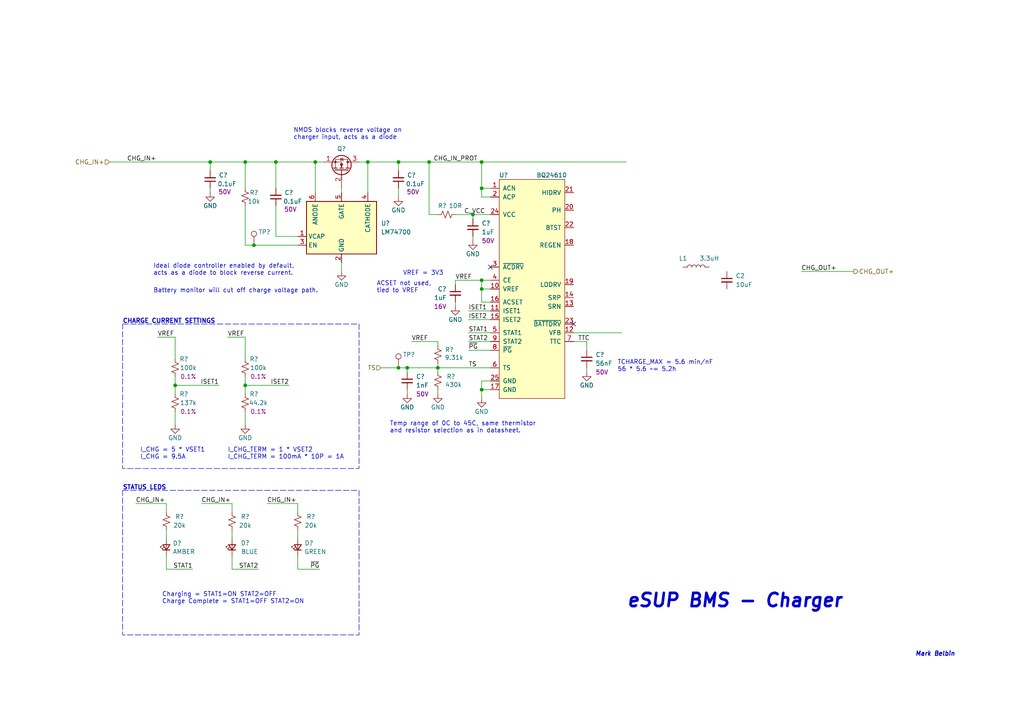
<source format=kicad_sch>
(kicad_sch (version 20230121) (generator eeschema)
  (paper "A4")
  (lib_symbols
    (symbol "Connector:TestPoint" (pin_numbers hide) (pin_names (offset 0.762) hide)
      (property "Reference" "TP" (at 0 6.858 0))
      (property "Value" "TestPoint" (at 0 5.08 0))
      (symbol "TestPoint_0_1"
        (circle (center 0 3.302) (radius 0.762))
      )
      (symbol "TestPoint_1_1"
        (pin passive line (at 0 0 90) (length 2.54) (name "1") (number "1"))
      )
    )
    (symbol "Device:C_Small" (pin_numbers hide) (pin_names (offset 0.254) hide)
      (property "Reference" "C" (at 0.254 1.778 0))
      (property "Value" "C_Small" (at 0.254 -2.032 0))
      (symbol "C_Small_0_1"
        (polyline (pts (xy -1.524 -0.508) (xy 1.524 -0.508)) (stroke (width 0.3302)))
        (polyline (pts (xy -1.524 0.508) (xy 1.524 0.508)) (stroke (width 0.3048)))
      )
      (symbol "C_Small_1_1"
        (pin passive line (at 0 2.54 270) (length 2.032) (name "~") (number "1"))
        (pin passive line (at 0 -2.54 90) (length 2.032) (name "~") (number "2"))
      )
    )
    (symbol "Device:L" (pin_numbers hide) (pin_names (offset 1.016) hide)
      (property "Reference" "L" (at -1.27 0 90))
      (property "Value" "L" (at 1.905 0 90))
      (symbol "L_0_1"
        (arc (start 0 -2.54) (mid 0.6323 -1.905) (end 0 -1.27))
        (arc (start 0 -1.27) (mid 0.6323 -0.635) (end 0 0))
        (arc (start 0 0) (mid 0.6323 0.635) (end 0 1.27))
        (arc (start 0 1.27) (mid 0.6323 1.905) (end 0 2.54))
      )
      (symbol "L_1_1"
        (pin passive line (at 0 3.81 270) (length 1.27) (name "1") (number "1"))
        (pin passive line (at 0 -3.81 90) (length 1.27) (name "2") (number "2"))
      )
    )
    (symbol "Device:LED_Small" (pin_numbers hide) (pin_names (offset 0.254) hide)
      (property "Reference" "D" (at -1.27 3.175 0))
      (property "Value" "LED_Small" (at -4.445 -2.54 0))
      (symbol "LED_Small_0_1"
        (polyline (pts (xy -0.762 -1.016) (xy -0.762 1.016)) (stroke (width 0.254)))
        (polyline (pts (xy 1.016 0) (xy -0.762 0)))
        (polyline (pts (xy 0.762 -1.016) (xy -0.762 0) (xy 0.762 1.016) (xy 0.762 -1.016)) (stroke (width 0.254)))
        (polyline (pts (xy 0 0.762) (xy -0.508 1.27) (xy -0.254 1.27) (xy -0.508 1.27) (xy -0.508 1.016)))
        (polyline (pts (xy 0.508 1.27) (xy 0 1.778) (xy 0.254 1.778) (xy 0 1.778) (xy 0 1.524)))
      )
      (symbol "LED_Small_1_1"
        (pin passive line (at -2.54 0 0) (length 1.778) (name "K") (number "1"))
        (pin passive line (at 2.54 0 180) (length 1.778) (name "A") (number "2"))
      )
    )
    (symbol "Device:Q_NMOS_SGD" (pin_names (offset 0) hide)
      (property "Reference" "Q" (at 5.08 1.27 0))
      (property "Value" "Q_NMOS_SGD" (at 5.08 -1.27 0))
      (symbol "Q_NMOS_SGD_0_1"
        (polyline (pts (xy 0.254 0) (xy -2.54 0)))
        (polyline (pts (xy 0.254 1.905) (xy 0.254 -1.905)) (stroke (width 0.254)))
        (polyline (pts (xy 0.762 -1.27) (xy 0.762 -2.286)) (stroke (width 0.254)))
        (polyline (pts (xy 0.762 0.508) (xy 0.762 -0.508)) (stroke (width 0.254)))
        (polyline (pts (xy 0.762 2.286) (xy 0.762 1.27)) (stroke (width 0.254)))
        (polyline (pts (xy 2.54 2.54) (xy 2.54 1.778)))
        (polyline (pts (xy 2.54 -2.54) (xy 2.54 0) (xy 0.762 0)))
        (polyline (pts (xy 0.762 -1.778) (xy 3.302 -1.778) (xy 3.302 1.778) (xy 0.762 1.778)))
        (polyline (pts (xy 1.016 0) (xy 2.032 0.381) (xy 2.032 -0.381) (xy 1.016 0)) (fill (type outline)))
        (polyline (pts (xy 2.794 0.508) (xy 2.921 0.381) (xy 3.683 0.381) (xy 3.81 0.254)))
        (polyline (pts (xy 3.302 0.381) (xy 2.921 -0.254) (xy 3.683 -0.254) (xy 3.302 0.381)))
        (circle (center 1.651 0) (radius 2.794) (stroke (width 0.254)))
        (circle (center 2.54 -1.778) (radius 0.254) (fill (type outline)))
        (circle (center 2.54 1.778) (radius 0.254) (fill (type outline)))
      )
      (symbol "Q_NMOS_SGD_1_1"
        (pin passive line (at 2.54 -5.08 90) (length 2.54) (name "S") (number "1"))
        (pin input line (at -5.08 0 0) (length 5.08) (name "G") (number "2"))
        (pin passive line (at 2.54 5.08 270) (length 2.54) (name "D") (number "3"))
      )
    )
    (symbol "Device:R_Small_US" (pin_numbers hide) (pin_names (offset 0.254) hide)
      (property "Reference" "R" (at 0.762 0.508 0))
      (property "Value" "R_Small_US" (at 0.762 -1.016 0))
      (symbol "R_Small_US_1_1"
        (polyline (pts (xy 0 0) (xy 1.016 -0.381) (xy 0 -0.762) (xy -1.016 -1.143) (xy 0 -1.524)))
        (polyline (pts (xy 0 1.524) (xy 1.016 1.143) (xy 0 0.762) (xy -1.016 0.381) (xy 0 0)))
        (pin passive line (at 0 2.54 270) (length 1.016) (name "~") (number "1"))
        (pin passive line (at 0 -2.54 90) (length 1.016) (name "~") (number "2"))
      )
    )
    (symbol "Power_Management:LM74700"
      (property "Reference" "U" (at -9.525 -8.89 0))
      (property "Value" "LM74700" (at 7.62 -8.89 0))
      (symbol "LM74700_0_1"
        (rectangle (start -10.16 7.62) (end 10.16 -7.62) (stroke (width 0.254)) (fill (type background)))
      )
      (symbol "LM74700_1_1"
        (pin passive line (at -12.7 -2.54 0) (length 2.54) (name "VCAP") (number "1"))
        (pin power_in line (at 0 -10.16 90) (length 2.54) (name "GND") (number "2"))
        (pin input line (at -12.7 -5.08 0) (length 2.54) (name "EN") (number "3"))
        (pin input line (at 7.62 10.16 270) (length 2.54) (name "CATHODE") (number "4"))
        (pin output line (at 0 10.16 270) (length 2.54) (name "GATE") (number "5"))
        (pin power_in line (at -7.62 10.16 270) (length 2.54) (name "ANODE") (number "6"))
      )
    )
    (symbol "bms:BQ24610" (pin_names (offset 1.016))
      (property "Reference" "U" (at -24.13 8.89 0))
      (property "Value" "BQ24610" (at -11.43 8.89 0))
      (symbol "BQ24610_0_1"
        (rectangle (start -25.4 7.62) (end -6.35 -55.88) (fill (type background)))
      )
      (symbol "BQ24610_1_1"
        (pin input line (at -27.94 5.08 0) (length 2.54) (name "ACN") (number "1"))
        (pin input line (at -27.94 -24.13 0) (length 2.54) (name "VREF") (number "10"))
        (pin input line (at -27.94 -30.48 0) (length 2.54) (name "ISET1") (number "11"))
        (pin input line (at -3.81 -36.83 180) (length 2.54) (name "VFB") (number "12"))
        (pin input line (at -3.81 -29.21 180) (length 2.54) (name "SRN") (number "13"))
        (pin input line (at -3.81 -26.67 180) (length 2.54) (name "SRP") (number "14"))
        (pin input line (at -27.94 -33.02 0) (length 2.54) (name "ISET2") (number "15"))
        (pin input line (at -27.94 -27.94 0) (length 2.54) (name "ACSET") (number "16"))
        (pin input line (at -27.94 -53.34 0) (length 2.54) (name "GND") (number "17"))
        (pin input line (at -3.81 -11.43 180) (length 2.54) (name "REGEN") (number "18"))
        (pin input line (at -3.81 -22.86 180) (length 2.54) (name "LODRV") (number "19"))
        (pin input line (at -27.94 2.54 0) (length 2.54) (name "ACP") (number "2"))
        (pin input line (at -3.81 -1.27 180) (length 2.54) (name "PH") (number "20"))
        (pin input line (at -3.81 3.81 180) (length 2.54) (name "HIDRV") (number "21"))
        (pin input line (at -3.81 -6.35 180) (length 2.54) (name "BTST") (number "22"))
        (pin input line (at -3.81 -34.29 180) (length 2.54) (name "~{BATTDRV}") (number "23"))
        (pin input line (at -27.94 -2.54 0) (length 2.54) (name "VCC") (number "24"))
        (pin input line (at -27.94 -50.8 0) (length 2.54) (name "GND") (number "25"))
        (pin input line (at -27.94 -17.78 0) (length 2.54) (name "~{ACDRV}") (number "3"))
        (pin input line (at -27.94 -21.59 0) (length 2.54) (name "CE") (number "4"))
        (pin input line (at -27.94 -36.83 0) (length 2.54) (name "STAT1") (number "5"))
        (pin input line (at -27.94 -46.99 0) (length 2.54) (name "TS") (number "6"))
        (pin input line (at -3.81 -39.37 180) (length 2.54) (name "TTC") (number "7"))
        (pin input line (at -27.94 -41.91 0) (length 2.54) (name "~{PG}") (number "8"))
        (pin input line (at -27.94 -39.37 0) (length 2.54) (name "STAT2") (number "9"))
      )
    )
    (symbol "power:GND" (power) (pin_names (offset 0))
      (property "Value" "GND" (at 0 -3.81 0))
      (symbol "GND_0_1"
        (polyline (pts (xy 0 0) (xy 0 -1.27) (xy 1.27 -1.27) (xy 0 -2.54) (xy -1.27 -1.27) (xy 0 -1.27)))
      )
      (symbol "GND_1_1"
        (pin power_in line (at 0 0 270) (length 0) hide (name "GND") (number "1"))
      )
    )
  )
  (junction (at 139.7 113.03))
  (junction (at 137.16 62.23))
  (junction (at 139.7 54.61))
  (junction (at 139.7 83.82))
  (junction (at 139.7 46.99))
  (junction (at 60.96 46.99))
  (junction (at 80.01 46.99))
  (junction (at 71.12 111.76))
  (junction (at 71.12 46.99))
  (junction (at 124.46 46.99))
  (junction (at 118.11 106.68))
  (junction (at 91.44 46.99))
  (junction (at 115.57 106.68))
  (junction (at 50.8 111.76))
  (junction (at 73.66 71.12))
  (junction (at 139.7 81.28))
  (junction (at 115.57 46.99))
  (junction (at 127 106.68))
  (junction (at 106.68 46.99))
  (no_connect (at 166.37 93.98))
  (no_connect (at 142.24 77.47))
  (wire (pts (xy 60.96 54.61) (xy 60.96 55.88)))
  (wire (pts (xy 58.42 146.05) (xy 67.31 146.05)))
  (wire (pts (xy 170.18 106.68) (xy 170.18 107.95)))
  (wire (pts (xy 127 99.06) (xy 127 100.33)))
  (wire (pts (xy 115.57 46.99) (xy 124.46 46.99)))
  (wire (pts (xy 50.8 111.76) (xy 63.5 111.76)))
  (wire (pts (xy 139.7 110.49) (xy 139.7 113.03)))
  (wire (pts (xy 99.06 76.2) (xy 99.06 78.74)))
  (wire (pts (xy 86.36 165.1) (xy 92.71 165.1)))
  (wire (pts (xy 80.01 46.99) (xy 80.01 54.61)))
  (wire (pts (xy 39.37 146.05) (xy 48.26 146.05)))
  (wire (pts (xy 67.31 161.29) (xy 67.31 165.1)))
  (wire (pts (xy 139.7 113.03) (xy 139.7 115.57)))
  (wire (pts (xy 50.8 97.79) (xy 50.8 104.14)))
  (wire (pts (xy 66.04 97.79) (xy 71.12 97.79)))
  (wire (pts (xy 124.46 46.99) (xy 139.7 46.99)))
  (wire (pts (xy 132.08 87.63) (xy 132.08 88.9)))
  (wire (pts (xy 139.7 113.03) (xy 142.24 113.03)))
  (wire (pts (xy 71.12 46.99) (xy 71.12 54.61)))
  (wire (pts (xy 142.24 57.15) (xy 139.7 57.15)))
  (wire (pts (xy 118.11 113.03) (xy 118.11 114.3)))
  (wire (pts (xy 99.06 54.61) (xy 99.06 55.88)))
  (wire (pts (xy 110.49 106.68) (xy 115.57 106.68)))
  (wire (pts (xy 124.46 62.23) (xy 124.46 46.99)))
  (wire (pts (xy 139.7 46.99) (xy 181.61 46.99)))
  (wire (pts (xy 139.7 57.15) (xy 139.7 54.61)))
  (wire (pts (xy 73.66 71.12) (xy 71.12 71.12)))
  (wire (pts (xy 135.89 99.06) (xy 142.24 99.06)))
  (wire (pts (xy 71.12 97.79) (xy 71.12 104.14)))
  (wire (pts (xy 127 62.23) (xy 124.46 62.23)))
  (wire (pts (xy 232.41 78.74) (xy 247.65 78.74)))
  (wire (pts (xy 71.12 46.99) (xy 80.01 46.99)))
  (wire (pts (xy 77.47 146.05) (xy 86.36 146.05)))
  (wire (pts (xy 118.11 106.68) (xy 118.11 107.95)))
  (wire (pts (xy 91.44 55.88) (xy 91.44 46.99)))
  (wire (pts (xy 71.12 119.38) (xy 71.12 123.19)))
  (wire (pts (xy 132.08 81.28) (xy 139.7 81.28)))
  (wire (pts (xy 80.01 59.69) (xy 80.01 68.58)))
  (wire (pts (xy 50.8 119.38) (xy 50.8 123.19)))
  (wire (pts (xy 142.24 83.82) (xy 139.7 83.82)))
  (wire (pts (xy 86.36 153.67) (xy 86.36 156.21)))
  (wire (pts (xy 115.57 46.99) (xy 115.57 49.53)))
  (wire (pts (xy 48.26 165.1) (xy 55.88 165.1)))
  (wire (pts (xy 86.36 68.58) (xy 80.01 68.58)))
  (wire (pts (xy 135.89 101.6) (xy 142.24 101.6)))
  (wire (pts (xy 86.36 71.12) (xy 73.66 71.12)))
  (wire (pts (xy 137.16 68.58) (xy 137.16 69.85)))
  (wire (pts (xy 127 106.68) (xy 127 107.95)))
  (wire (pts (xy 106.68 55.88) (xy 106.68 46.99)))
  (wire (pts (xy 86.36 146.05) (xy 86.36 148.59)))
  (wire (pts (xy 127 105.41) (xy 127 106.68)))
  (wire (pts (xy 91.44 46.99) (xy 93.98 46.99)))
  (wire (pts (xy 50.8 111.76) (xy 50.8 114.3)))
  (wire (pts (xy 115.57 106.68) (xy 118.11 106.68)))
  (wire (pts (xy 71.12 111.76) (xy 71.12 114.3)))
  (wire (pts (xy 139.7 87.63) (xy 139.7 83.82)))
  (wire (pts (xy 132.08 81.28) (xy 132.08 82.55)))
  (wire (pts (xy 48.26 161.29) (xy 48.26 165.1)))
  (wire (pts (xy 135.89 92.71) (xy 142.24 92.71)))
  (wire (pts (xy 71.12 59.69) (xy 71.12 71.12)))
  (wire (pts (xy 50.8 109.22) (xy 50.8 111.76)))
  (wire (pts (xy 71.12 109.22) (xy 71.12 111.76)))
  (wire (pts (xy 45.72 97.79) (xy 50.8 97.79)))
  (wire (pts (xy 71.12 111.76) (xy 83.82 111.76)))
  (wire (pts (xy 127 113.03) (xy 127 114.3)))
  (wire (pts (xy 170.18 99.06) (xy 170.18 101.6)))
  (wire (pts (xy 67.31 165.1) (xy 74.93 165.1)))
  (wire (pts (xy 60.96 46.99) (xy 71.12 46.99)))
  (wire (pts (xy 139.7 54.61) (xy 142.24 54.61)))
  (wire (pts (xy 135.89 96.52) (xy 142.24 96.52)))
  (wire (pts (xy 118.11 106.68) (xy 127 106.68)))
  (wire (pts (xy 142.24 87.63) (xy 139.7 87.63)))
  (wire (pts (xy 106.68 46.99) (xy 115.57 46.99)))
  (wire (pts (xy 142.24 110.49) (xy 139.7 110.49)))
  (wire (pts (xy 31.75 46.99) (xy 60.96 46.99)))
  (wire (pts (xy 115.57 54.61) (xy 115.57 57.15)))
  (wire (pts (xy 48.26 146.05) (xy 48.26 148.59)))
  (wire (pts (xy 119.38 99.06) (xy 127 99.06)))
  (wire (pts (xy 166.37 96.52) (xy 180.34 96.52)))
  (wire (pts (xy 60.96 46.99) (xy 60.96 49.53)))
  (wire (pts (xy 166.37 99.06) (xy 170.18 99.06)))
  (wire (pts (xy 67.31 153.67) (xy 67.31 156.21)))
  (wire (pts (xy 137.16 63.5) (xy 137.16 62.23)))
  (wire (pts (xy 135.89 90.17) (xy 142.24 90.17)))
  (wire (pts (xy 132.08 62.23) (xy 137.16 62.23)))
  (wire (pts (xy 106.68 46.99) (xy 104.14 46.99)))
  (wire (pts (xy 139.7 46.99) (xy 139.7 54.61)))
  (wire (pts (xy 137.16 62.23) (xy 142.24 62.23)))
  (wire (pts (xy 67.31 146.05) (xy 67.31 148.59)))
  (wire (pts (xy 127 106.68) (xy 142.24 106.68)))
  (wire (pts (xy 80.01 46.99) (xy 91.44 46.99)))
  (wire (pts (xy 86.36 161.29) (xy 86.36 165.1)))
  (wire (pts (xy 48.26 153.67) (xy 48.26 156.21)))
  (wire (pts (xy 139.7 83.82) (xy 139.7 81.28)))
  (wire (pts (xy 139.7 81.28) (xy 142.24 81.28)))
  (rectangle (start 35.56 142.24) (end 104.14 184.15) (stroke (width 0) (type dash)))
  (rectangle (start 35.56 93.98) (end 104.14 135.89) (stroke (width 0) (type dash)))
  (text "STATUS LEDS" (at 35.56 142.24 0) (effects (font (size 1.27 1.27) (thickness 0.254) bold) (justify left bottom)))
  (text "TCHARGE_MAX = 5.6 min/nF\n56 * 5.6 ~= 5.2h" (at 179.07 107.95 0) (effects (font (size 1.27 1.27)) (justify left bottom)))
  (text "eSUP BMS - Charger" (at 181.61 176.53 0) (effects (font (size 3.81 3.81) (thickness 0.762) bold italic) (justify left bottom)))
  (text "Charging = STAT1=ON STAT2=OFF\nCharge Complete = STAT1=OFF STAT2=ON" (at 46.99 175.26 0) (effects (font (size 1.27 1.27)) (justify left bottom)))
  (text "I_CHG = 5 * VSET1\nI_CHG = 9.5A" (at 40.64 133.35 0) (effects (font (size 1.27 1.27)) (justify left bottom)))
  (text "VREF = 3V3" (at 116.84 80.01 0) (effects (font (size 1.27 1.27)) (justify left bottom)))
  (text "Temp range of 0C to 45C, same thermistor \nand resistor selection as in datasheet." (at 113.03 125.73 0) (effects (font (size 1.27 1.27)) (justify left bottom)))
  (text "Battery monitor will cut off charge voltage path." (at 44.45 85.09 0) (effects (font (size 1.27 1.27)) (justify left bottom)))
  (text "ACSET not used,\ntied to VREF" (at 109.22 85.09 0) (effects (font (size 1.27 1.27)) (justify left bottom)))
  (text "Ideal diode controller enabled by default,\nacts as a diode to block reverse current." (at 44.45 80.01 0) (effects (font (size 1.27 1.27)) (justify left bottom)))
  (text "NMOS blocks reverse voltage on \ncharger input, acts as a diode" (at 85.09 40.64 0) (effects (font (size 1.27 1.27)) (justify left bottom)))
  (text "I_CHG_TERM = 1 * VSET2\nI_CHG_TERM = 100mA * 10P = 1A" (at 66.04 133.35 0) (effects (font (size 1.27 1.27)) (justify left bottom)))
  (text "CHARGE CURRENT SETTINGS" (at 35.56 93.98 0) (effects (font (size 1.27 1.27) (thickness 0.254) bold) (justify left bottom)))
  (text "Mark Belbin" (at 265.43 190.5 0) (effects (font (size 1.27 1.27) (thickness 0.254) bold italic) (justify left bottom)))
  (label "CHG_IN_PROT" (at 125.73 46.99 0))
  (label "VREF" (at 132.08 81.28 0))
  (label "CHG_OUT+" (at 232.41 78.74 0))
  (label "~{PG}" (at 92.71 165.1 180))
  (label "ISET2" (at 135.89 92.71 0))
  (label "VREF" (at 45.72 97.79 0))
  (label "STAT1" (at 135.89 96.52 0))
  (label "CHG_IN+" (at 58.42 146.05 0))
  (label "ISET1" (at 63.5 111.76 180))
  (label "~{PG}" (at 135.89 101.6 0))
  (label "C_VCC" (at 134.62 62.23 0))
  (label "CHG_IN+" (at 39.37 146.05 0))
  (label "CHG_IN+" (at 36.83 46.99 0))
  (label "TS" (at 135.89 106.68 0))
  (label "STAT2" (at 135.89 99.06 0))
  (label "TTC" (at 167.64 99.06 0))
  (label "VREF" (at 66.04 97.79 0))
  (label "ISET2" (at 83.82 111.76 180))
  (label "STAT1" (at 55.88 165.1 180))
  (label "ISET1" (at 135.89 90.17 0))
  (label "STAT2" (at 74.93 165.1 180))
  (label "VREF" (at 119.38 99.06 0))
  (label "CHG_IN+" (at 77.47 146.05 0))
  (hierarchical_label "CHG_IN+" (shape input) (at 31.75 46.99 180))
  (hierarchical_label "CHG_OUT+" (shape output) (at 247.65 78.74 0))
  (hierarchical_label "TS" (shape input) (at 110.49 106.68 180))
  (symbol (lib_id "bms:BQ24610") (at 170.18 59.69 0) (unit 1)
    (property "Reference" "U?" (at 146.05 50.8 0))
    (property "Value" "BQ24610" (at 160.02 50.8 0))
    (property "Footprint" "Package_DFN_QFN:VQFN-24-1EP_4x4mm_P0.5mm_EP2.45x2.45mm" (effects hide))
    (property "Datasheet" "https://www.ti.com/lit/ds/symlink/bq24610.pdf?ts=1696370430000" (effects hide))
    (property "MFG" "Texas Instruments" (effects hide))
    (property "MFG PN" "BQ24610RGER" (effects hide))
  )
  (symbol (lib_id "power:GND") (at 71.12 123.19 0) (unit 1)
    (property "Reference" "#PWR011" (effects hide))
    (property "Value" "GND" (at 71.12 127 0))
  )
  (symbol (lib_id "Device:C_Small") (at 115.57 52.07 180) (unit 1)
    (property "Reference" "C?" (at 120.65 50.8 0) (effects (justify left)))
    (property "Value" "0.1uF" (at 123.19 53.34 0) (effects (justify left)))
    (property "Footprint" "Capacitor_SMD:C_0603_1608Metric" (effects hide))
    (property "MFG" "Murata Electronics" (effects hide))
    (property "MFG PN" "GCJ188R71H104KA12D" (effects hide))
    (property "Voltage" "50V" (at 121.6476 55.6554 0) (effects (justify left)))
    (instances (project "bms" (path "" (reference "C?") (unit 1)) (path "" (reference "C1") (unit 1))))
  )
  (symbol (lib_id "power:GND") (at 60.96 55.88 0) (unit 1)
    (property "Reference" "#PWR07" (effects hide))
    (property "Value" "GND" (at 60.96 59.69 0))
  )
  (symbol (lib_id "power:GND") (at 115.57 57.15 0) (unit 1)
    (property "Reference" "#PWR06" (effects hide))
    (property "Value" "GND" (at 115.57 60.96 0))
  )
  (symbol (lib_id "Device:C_Small") (at 137.16 66.04 0) (unit 1)
    (property "Reference" "C?" (at 139.7 64.77 0) (effects (justify left)))
    (property "Value" "1uF" (at 139.7 67.31 0) (effects (justify left)))
    (property "Footprint" "Capacitor_SMD:C_0805_2012Metric" (effects hide))
    (property "MFG" "Murata Electronics" (effects hide))
    (property "MFG PN" "GCM21BR71H105KA03K" (effects hide))
    (property "Voltage" "50V" (at 139.7 69.85 0) (effects (justify left)))
  )
  (symbol (lib_id "Device:C_Small") (at 132.08 85.09 0) (mirror y) (unit 1)
    (property "Reference" "C?" (at 129.54 83.82 0) (effects (justify left)))
    (property "Value" "1uF" (at 129.54 86.36 0) (effects (justify left)))
    (property "Footprint" "Capacitor_SMD:C_0603_1608Metric" (effects hide))
    (property "MFG" "Murata Electronics" (effects hide))
    (property "MFG PN" "GCM188R71C105KA64J" (effects hide))
    (property "Voltage" "16V" (at 129.54 88.9 0) (effects (justify left)))
  )
  (symbol (lib_id "Device:R_Small_US") (at 48.26 151.13 180) (unit 1)
    (property "Reference" "R?" (at 52.07 149.86 0))
    (property "Value" "20k" (at 52.07 152.4 0))
    (property "Footprint" "Resistor_SMD:R_0603_1608Metric" (effects hide))
    (property "MFG" "Panasonic Electronic Components" (effects hide))
    (property "MFG PN" "ERJ-3EKF2002V" (effects hide))
  )
  (symbol (lib_id "Device:Q_NMOS_SGD") (at 99.06 49.53 270) (mirror x) (unit 1)
    (property "Reference" "Q?" (at 99.06 43.1546 90))
    (property "Value" "Q_NMOS_SGD" (effects hide))
    (property "Footprint" "bms:PG-TDSON-8" (effects hide))
    (property "Datasheet" "https://www.infineon.com/dgdl/Infineon-BSC034N10LS5-DataSheet-v02_01-EN.pdf?fileId=5546d4626b2d8e69016b4c46675313e7" (effects hide))
    (property "MFG" "Infineon" (effects hide))
    (property "MFG PN" "BSC034N10LS5ATMA1" (effects hide))
    (property "VDS" "100V" (effects hide))
    (property "RDS_ON" "3.4m" (effects hide))
  )
  (symbol (lib_id "power:GND") (at 127 114.3 0) (unit 1)
    (property "Reference" "#PWR012" (effects hide))
    (property "Value" "GND" (at 127 118.11 0))
  )
  (symbol (lib_id "power:GND") (at 118.11 114.3 0) (unit 1)
    (property "Reference" "#PWR014" (effects hide))
    (property "Value" "GND" (at 118.11 118.11 0))
  )
  (symbol (lib_id "Device:C_Small") (at 118.11 110.49 0) (unit 1)
    (property "Reference" "C?" (at 120.65 109.22 0) (effects (justify left)))
    (property "Value" "1nF" (at 120.65 111.76 0) (effects (justify left)))
    (property "Footprint" "Capacitor_SMD:C_0603_1608Metric" (effects hide))
    (property "MFG" "Murata Electronics" (effects hide))
    (property "MFG PN" "GCM188R71H102KA37D" (effects hide))
    (property "Voltage" "50V" (at 120.65 114.3 0) (effects (justify left)))
  )
  (symbol (lib_id "power:GND") (at 139.7 115.57 0) (unit 1)
    (property "Reference" "#PWR02" (effects hide))
    (property "Value" "GND" (at 139.7 119.38 0))
  )
  (symbol (lib_id "Power_Management:LM74700") (at 99.06 66.04 0) (unit 1)
    (property "Reference" "U?" (at 110.49 64.77 0) (effects (justify left)))
    (property "Value" "LM74700" (at 110.49 67.31 0) (effects (justify left)))
    (property "Footprint" "Package_TO_SOT_SMD:SOT-23-6" (effects hide))
    (property "Datasheet" "http://www.ti.com/lit/gpn/LM74700-Q1" (effects hide))
    (property "MFG" "Texas Instruments" (effects hide))
    (property "MFG PN" "LM74700QDBVRQ1" (effects hide))
  )
  (symbol (lib_id "Device:C_Small") (at 210.82 81.28 0) (unit 1)
    (property "Reference" "C2" (at 213.36 80.0163 0) (effects (justify left)))
    (property "Value" "10uF" (at 213.36 82.5563 0) (effects (justify left)))
  )
  (symbol (lib_id "Device:LED_Small") (at 48.26 158.75 90) (unit 1)
    (property "Reference" "D?" (at 51.3875 157.581 90))
    (property "Value" "AMBER" (at 53.34 160.02 90))
    (property "Footprint" "LED_SMD:LED_0603_1608Metric" (effects hide))
    (property "MFG" "Würth Elektronik" (effects hide))
    (property "MFG PN" "150060AS75000" (effects hide))
    (property "VF" "2V" (effects hide))
  )
  (symbol (lib_id "power:GND") (at 170.18 107.95 0) (unit 1)
    (property "Reference" "#PWR09" (effects hide))
    (property "Value" "GND" (at 170.18 111.76 0))
  )
  (symbol (lib_id "Device:LED_Small") (at 67.31 158.75 90) (unit 1)
    (property "Reference" "D?" (at 71.12 157.48 90))
    (property "Value" "BLUE" (at 72.39 160.02 90))
    (property "Footprint" "LED_SMD:LED_0603_1608Metric" (effects hide))
    (property "MFG" "Würth Elektronik" (effects hide))
    (property "MFG PN" "150060BS75000" (effects hide))
    (property "VF" "3.2V" (effects hide))
  )
  (symbol (lib_id "Device:R_Small_US") (at 127 110.49 180) (unit 1)
    (property "Reference" "R?" (at 130.81 109.22 0))
    (property "Value" "430k" (at 131.527 111.5829 0))
    (property "Footprint" "Resistor_SMD:R_0603_1608Metric" (effects hide))
    (property "MFG" "Panasonic Electronic Components" (effects hide))
    (property "MFG PN" "ERJ-3EKF4303V" (effects hide))
  )
  (symbol (lib_id "Device:R_Small_US") (at 86.36 151.13 180) (unit 1)
    (property "Reference" "R?" (at 90.17 149.86 0))
    (property "Value" "20k" (at 90.17 152.4 0))
    (property "Footprint" "Resistor_SMD:R_0603_1608Metric" (effects hide))
    (property "MFG" "Panasonic Electronic Components" (effects hide))
    (property "MFG PN" "ERJ-3EKF2002V" (effects hide))
  )
  (symbol (lib_id "power:GND") (at 137.16 69.85 0) (unit 1)
    (property "Reference" "#PWR08" (effects hide))
    (property "Value" "GND" (at 137.16 73.66 0))
  )
  (symbol (lib_id "Device:C_Small") (at 170.18 104.14 0) (unit 1)
    (property "Reference" "C?" (at 172.72 102.87 0) (effects (justify left)))
    (property "Value" "56nF" (at 172.72 105.41 0) (effects (justify left)))
    (property "Footprint" "Capacitor_SMD:C_0603_1608Metric" (effects hide))
    (property "MFG" "KEMET" (effects hide))
    (property "MFG PN" "C0603C563K5RACAUTO" (effects hide))
    (property "Voltage" "50V" (at 172.72 107.95 0) (effects (justify left)))
  )
  (symbol (lib_id "power:GND") (at 50.8 123.19 0) (unit 1)
    (property "Reference" "#PWR010" (effects hide))
    (property "Value" "GND" (at 50.8 127 0))
  )
  (symbol (lib_id "Device:L") (at 201.93 77.47 90) (unit 1)
    (property "Reference" "L1" (at 198.12 74.93 90))
    (property "Value" "3.3uH" (at 205.74 74.93 90))
  )
  (symbol (lib_id "Device:R_Small_US") (at 127 102.87 180) (unit 1)
    (property "Reference" "R?" (at 130.3482 101.4457 0))
    (property "Value" "9.31k" (at 131.6954 103.7021 0))
    (property "Footprint" "Resistor_SMD:R_0603_1608Metric" (effects hide))
    (property "MFG" "Panasonic Electronic Components" (effects hide))
    (property "MFG PN" "ERA-3AEB9311V" (effects hide))
    (property "Tolerance" "0.1%" (effects hide))
  )
  (symbol (lib_id "Device:C_Small") (at 80.01 57.15 180) (unit 1)
    (property "Reference" "C?" (at 85.09 55.88 0) (effects (justify left)))
    (property "Value" "0.1uF" (at 87.63 58.42 0) (effects (justify left)))
    (property "Footprint" "Capacitor_SMD:C_0603_1608Metric" (effects hide))
    (property "MFG" "Murata Electronics" (effects hide))
    (property "MFG PN" "GCJ188R71H104KA12D" (effects hide))
    (property "Voltage" "50V" (at 86.0876 60.7354 0) (effects (justify left)))
  )
  (symbol (lib_id "Device:R_Small_US") (at 71.12 57.15 0) (unit 1)
    (property "Reference" "R?" (at 73.66 55.88 0))
    (property "Value" "10k" (at 73.66 58.42 0))
    (property "Footprint" "Resistor_SMD:R_0603_1608Metric" (effects hide))
    (property "MFG" "Panasonic Electronic Components" (effects hide))
    (property "MFG PN" "ERJ-3GEYJ103V" (effects hide))
  )
  (symbol (lib_id "Device:R_Small_US") (at 71.12 116.84 180) (unit 1)
    (property "Reference" "R?" (at 73.66 114.3 0))
    (property "Value" "44.2k" (at 74.93 116.84 0))
    (property "Footprint" "Resistor_SMD:R_0603_1608Metric" (effects hide))
    (property "MFG" "Panasonic Electronic Components" (effects hide))
    (property "MFG PN" "ERA-3AEB4422V" (effects hide))
    (property "Tolerance" "0.1%" (at 74.93 119.38 0))
  )
  (symbol (lib_id "Device:C_Small") (at 60.96 52.07 180) (unit 1)
    (property "Reference" "C?" (at 66.04 50.8 0) (effects (justify left)))
    (property "Value" "0.1uF" (at 68.58 53.34 0) (effects (justify left)))
    (property "Footprint" "Capacitor_SMD:C_0603_1608Metric" (effects hide))
    (property "MFG" "Murata Electronics" (effects hide))
    (property "MFG PN" "GCJ188R71H104KA12D" (effects hide))
    (property "Voltage" "50V" (at 67.0376 55.6554 0) (effects (justify left)))
  )
  (symbol (lib_id "Device:R_Small_US") (at 50.8 106.68 180) (unit 1)
    (property "Reference" "R?" (at 53.34 104.14 0))
    (property "Value" "100k" (at 54.61 106.68 0))
    (property "Footprint" "Resistor_SMD:R_0603_1608Metric" (effects hide))
    (property "MFG" "Panasonic Electronic Components" (effects hide))
    (property "MFG PN" "ERA-3AEB104V" (effects hide))
    (property "Tolerance" "0.1%" (at 54.61 109.22 0))
  )
  (symbol (lib_id "Device:LED_Small") (at 86.36 158.75 90) (unit 1)
    (property "Reference" "D?" (at 89.6295 157.5305 90))
    (property "Value" "GREEN" (at 91.44 160.02 90))
    (property "Footprint" "LED_SMD:LED_0603_1608Metric" (effects hide))
    (property "MFG" "Würth Elektronik" (effects hide))
    (property "MFG PN" "150060VS75000" (effects hide))
    (property "VF" "2V" (effects hide))
  )
  (symbol (lib_id "power:GND") (at 99.06 78.74 0) (unit 1)
    (property "Reference" "#PWR03" (effects hide))
    (property "Value" "GND" (at 99.06 82.55 0))
  )
  (symbol (lib_id "power:GND") (at 132.08 88.9 0) (mirror y) (unit 1)
    (property "Reference" "#PWR04" (effects hide))
    (property "Value" "GND" (at 132.08 92.71 0))
  )
  (symbol (lib_id "Connector:TestPoint") (at 115.57 106.68 0) (unit 1)
    (property "Reference" "TP?" (at 116.84 102.87 0) (effects (justify left)))
    (property "Value" "TestPoint" (effects hide))
    (property "Footprint" "TestPoint:TestPoint_Pad_D1.0mm" (effects hide))
  )
  (symbol (lib_id "Device:R_Small_US") (at 71.12 106.68 180) (unit 1)
    (property "Reference" "R?" (at 73.66 104.14 0))
    (property "Value" "100k" (at 74.93 106.68 0))
    (property "Footprint" "Resistor_SMD:R_0603_1608Metric" (effects hide))
    (property "MFG" "Panasonic Electronic Components" (effects hide))
    (property "MFG PN" "ERA-3AEB104V" (effects hide))
    (property "Tolerance" "0.1%" (at 74.93 109.22 0))
  )
  (symbol (lib_id "Device:R_Small_US") (at 50.8 116.84 180) (unit 1)
    (property "Reference" "R?" (at 53.34 114.3 0))
    (property "Value" "137k" (at 54.61 116.84 0))
    (property "Footprint" "Resistor_SMD:R_0603_1608Metric" (effects hide))
    (property "MFG" "Panasonic Electronic Components" (effects hide))
    (property "MFG PN" "ERA-3AEB1373V" (effects hide))
    (property "Tolerance" "0.1%" (at 54.61 119.38 0))
  )
  (symbol (lib_id "Device:R_Small_US") (at 67.31 151.13 180) (unit 1)
    (property "Reference" "R?" (at 71.12 149.86 0))
    (property "Value" "20k" (at 71.12 152.4 0))
    (property "Footprint" "Resistor_SMD:R_0603_1608Metric" (effects hide))
    (property "MFG" "Panasonic Electronic Components" (effects hide))
    (property "MFG PN" "ERJ-3EKF2002V" (effects hide))
  )
  (symbol (lib_id "Connector:TestPoint") (at 73.66 71.12 0) (unit 1)
    (property "Reference" "TP?" (at 74.93 67.31 0) (effects (justify left)))
    (property "Value" "TestPoint" (effects hide))
    (property "Footprint" "TestPoint:TestPoint_Pad_D1.0mm" (effects hide))
  )
  (symbol (lib_id "Device:R_Small_US") (at 129.54 62.23 90) (unit 1)
    (property "Reference" "R?" (at 128.27 59.69 90))
    (property "Value" "10R" (at 132.08 59.69 90))
    (property "Footprint" "Resistor_SMD:R_0603_1608Metric" (effects hide))
    (property "MFG" "Panasonic Electronic Components" (effects hide))
    (property "MFG PN" "ERJ-3EKF10R0V" (effects hide))
  )
)
</source>
